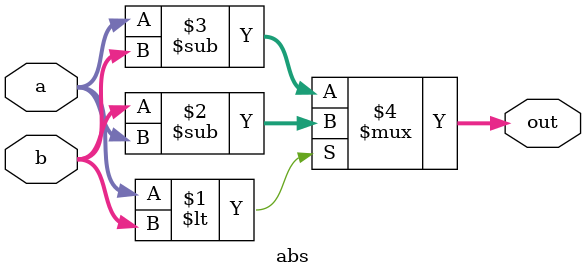
<source format=v>
module abs (input [63 : 0] a,
            input [63 : 0] b,
            output [63 : 0] out);

   assign out = (a < b) ? b - a : a - b;
endmodule

</source>
